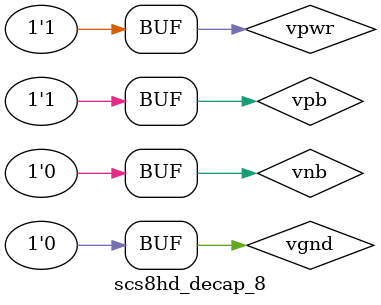
<source format=v>


`celldefine
`timescale 1ns / 1ps



module scs8hd_decap_8  (

`ifdef SC_USE_PG_PIN
input vpwr,
input vgnd,
input vpb,
input vnb
`endif

);

`ifdef functional
`else
`ifdef SC_USE_PG_PIN
`else
supply1 vpwr;
supply0 vgnd;
supply1 vpb;
supply0 vnb;
`endif
`endif


endmodule
`endcelldefine

</source>
